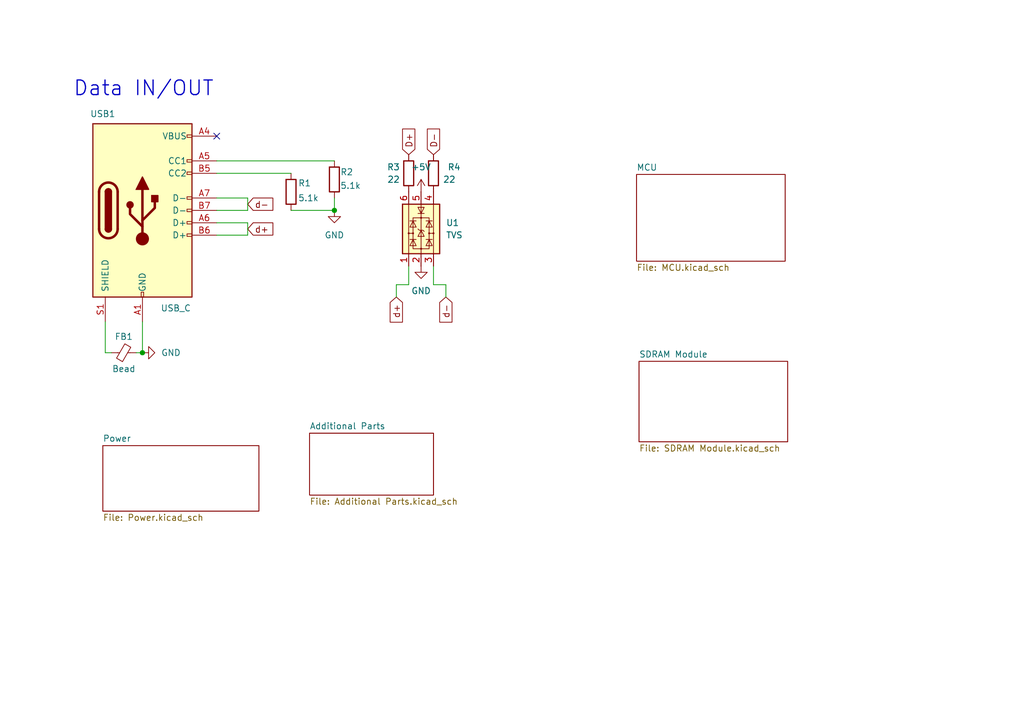
<source format=kicad_sch>
(kicad_sch (version 20250114) (generator "eeschema") (generator_version "9.0")
  (paper "A5")
  (title_block (title "RadCheck-SDRAM(CanSat 2025 Competition)-Demo") (date "2024-12-23") (rev "2.0") (company "Robotics"))
  (lib_symbols
    (symbol "Connector:USB_C_Receptacle_USB2.0_14P" (pin_names (offset 1.016))
      (property "Reference" "J" (at 0 22.225 0))
      (property "Value" "USB_C_Receptacle_USB2.0_14P" (at 0 19.685 0))
      (symbol "USB_C_Receptacle_USB2.0_14P_0_0"
        (rectangle (start -0.254 -17.78) (end 0.254 -16.764))
        (rectangle (start 10.16 15.494) (end 9.144 14.986))
        (rectangle (start 10.16 10.414) (end 9.144 9.906))
        (rectangle (start 10.16 7.874) (end 9.144 7.366))
        (rectangle (start 10.16 2.794) (end 9.144 2.286))
        (rectangle (start 10.16 0.254) (end 9.144 -0.254))
        (rectangle (start 10.16 -2.286) (end 9.144 -2.794))
        (rectangle (start 10.16 -4.826) (end 9.144 -5.334))
      )
      (symbol "USB_C_Receptacle_USB2.0_14P_0_1"
        (rectangle (start -10.16 17.78) (end 10.16 -17.78) (stroke (width 0.254)) (fill (type background)))
        (polyline (pts (xy -8.89 -3.81) (xy -8.89 3.81)) (stroke (width 0.508)))
        (rectangle (start -7.62 -3.81) (end -6.35 3.81) (stroke (width 0.254)) (fill (type outline)))
        (arc (start -7.62 3.81) (mid -6.985 4.4423) (end -6.35 3.81) (stroke (width 0.254)))
        (arc (start -7.62 3.81) (mid -6.985 4.4423) (end -6.35 3.81) (stroke (width 0.254)) (fill (type outline)))
        (arc (start -8.89 3.81) (mid -6.985 5.7067) (end -5.08 3.81) (stroke (width 0.508)))
        (arc (start -5.08 -3.81) (mid -6.985 -5.7067) (end -8.89 -3.81) (stroke (width 0.508)))
        (arc (start -6.35 -3.81) (mid -6.985 -4.4423) (end -7.62 -3.81) (stroke (width 0.254)))
        (arc (start -6.35 -3.81) (mid -6.985 -4.4423) (end -7.62 -3.81) (stroke (width 0.254)) (fill (type outline)))
        (polyline (pts (xy -5.08 3.81) (xy -5.08 -3.81)) (stroke (width 0.508)))
        (circle (center -2.54 1.143) (radius 0.635) (stroke (width 0.254)) (fill (type outline)))
        (polyline (pts (xy -1.27 4.318) (xy 0 6.858) (xy 1.27 4.318) (xy -1.27 4.318)) (stroke (width 0.254)) (fill (type outline)))
        (polyline (pts (xy 0 -2.032) (xy 2.54 0.508) (xy 2.54 1.778)) (stroke (width 0.508)))
        (polyline (pts (xy 0 -3.302) (xy -2.54 -0.762) (xy -2.54 0.508)) (stroke (width 0.508)))
        (polyline (pts (xy 0 -5.842) (xy 0 4.318)) (stroke (width 0.508)))
        (circle (center 0 -5.842) (radius 1.27) (fill (type outline)))
        (rectangle (start 1.905 1.778) (end 3.175 3.048) (stroke (width 0.254)) (fill (type outline)))
      )
      (symbol "USB_C_Receptacle_USB2.0_14P_1_1"
        (pin passive line (at -7.62 -22.86 90) (length 5.08) (name "SHIELD") (number "S1"))
        (pin passive line (at 0 -22.86 90) (length 5.08) (name "GND") (number "A1"))
        (pin passive line (at 0 -22.86 90) (length 5.08) (hide yes) (name "GND") (number "A12"))
        (pin passive line (at 0 -22.86 90) (length 5.08) (hide yes) (name "GND") (number "B1"))
        (pin passive line (at 0 -22.86 90) (length 5.08) (hide yes) (name "GND") (number "B12"))
        (pin passive line (at 15.24 15.24 180) (length 5.08) (name "VBUS") (number "A4"))
        (pin passive line (at 15.24 15.24 180) (length 5.08) (hide yes) (name "VBUS") (number "A9"))
        (pin passive line (at 15.24 15.24 180) (length 5.08) (hide yes) (name "VBUS") (number "B4"))
        (pin passive line (at 15.24 15.24 180) (length 5.08) (hide yes) (name "VBUS") (number "B9"))
        (pin bidirectional line (at 15.24 10.16 180) (length 5.08) (name "CC1") (number "A5"))
        (pin bidirectional line (at 15.24 7.62 180) (length 5.08) (name "CC2") (number "B5"))
        (pin bidirectional line (at 15.24 2.54 180) (length 5.08) (name "D-") (number "A7"))
        (pin bidirectional line (at 15.24 0 180) (length 5.08) (name "D-") (number "B7"))
        (pin bidirectional line (at 15.24 -2.54 180) (length 5.08) (name "D+") (number "A6"))
        (pin bidirectional line (at 15.24 -5.08 180) (length 5.08) (name "D+") (number "B6"))
      )
    )
    (symbol "Device:FerriteBead_Small" (pin_numbers (hide yes)) (pin_names (offset 0))
      (property "Reference" "FB" (at 1.905 1.27 0))
      (property "Value" "FerriteBead_Small" (at 1.905 -1.27 0))
      (symbol "FerriteBead_Small_0_1"
        (polyline (pts (xy -1.8288 0.2794) (xy -1.1176 1.4986) (xy 1.8288 -0.2032) (xy 1.1176 -1.4224) (xy -1.8288 0.2794)))
        (polyline (pts (xy 0 0.889) (xy 0 1.2954)))
        (polyline (pts (xy 0 -1.27) (xy 0 -0.7874)))
      )
      (symbol "FerriteBead_Small_1_1"
        (pin passive line (at 0 2.54 270) (length 1.27) (name "~") (number "1"))
        (pin passive line (at 0 -2.54 90) (length 1.27) (name "~") (number "2"))
      )
    )
    (symbol "Device:R" (pin_numbers (hide yes)) (pin_names (offset 0))
      (property "Reference" "R" (at 2.032 0 90))
      (property "Value" "R" (at 0 0 90))
      (symbol "R_0_1"
        (rectangle (start -1.016 -2.54) (end 1.016 2.54) (stroke (width 0.254)))
      )
      (symbol "R_1_1"
        (pin passive line (at 0 3.81 270) (length 1.27) (name "~") (number "1"))
        (pin passive line (at 0 -3.81 90) (length 1.27) (name "~") (number "2"))
      )
    )
    (symbol "Power_Protection:WE-TVS-82400102"
      (property "Reference" "U" (at 0 7.62 0))
      (property "Value" "WE-TVS-82400102" (at 0 5.08 0))
      (symbol "WE-TVS-82400102_0_1"
        (polyline (pts (xy -5.08 2.54) (xy 5.08 2.54)))
        (polyline (pts (xy -5.08 -2.54) (xy 5.08 -2.54)))
        (rectangle (start -4.064 1.651) (end 2.286 -1.651))
        (circle (center -4.064 0) (radius 0.127))
        (polyline (pts (xy -4.064 0) (xy -5.08 0)))
        (polyline (pts (xy -4.064 0) (xy 2.286 0)) (fill (type outline)))
        (polyline (pts (xy -3.429 1.016) (xy -3.429 2.286) (xy -2.159 1.651) (xy -3.429 1.016)))
        (polyline (pts (xy -3.429 -1.016) (xy -3.429 -2.286) (xy -2.159 -1.651) (xy -3.429 -1.016)))
        (polyline (pts (xy -2.159 2.286) (xy -2.159 1.016)))
        (polyline (pts (xy -2.159 -1.016) (xy -2.159 -2.286)))
        (circle (center -0.889 2.54) (radius 0.127))
        (circle (center -0.889 1.651) (radius 0.127))
        (polyline (pts (xy -0.889 1.651) (xy -0.889 2.54)))
        (circle (center -0.889 -1.651) (radius 0.127))
        (polyline (pts (xy -0.889 -1.651) (xy -0.889 -2.413)))
        (circle (center -0.889 -2.54) (radius 0.127))
        (polyline (pts (xy -0.508 -0.635) (xy -0.508 -0.635)))
        (polyline (pts (xy 0 0.635) (xy -0.254 0.381) (xy -0.254 -0.381) (xy -0.508 -0.635)))
        (polyline (pts (xy 0.381 1.016) (xy 0.381 2.286) (xy 1.651 1.651) (xy 0.381 1.016)))
        (polyline (pts (xy 0.381 -1.016) (xy 0.381 -2.286) (xy 1.651 -1.651) (xy 0.381 -1.016)))
        (polyline (pts (xy 1.651 2.286) (xy 1.651 1.016)))
        (polyline (pts (xy 1.651 -1.016) (xy 1.651 -2.286)))
        (polyline (pts (xy 2.286 0) (xy 5.08 0)))
        (circle (center 2.286 0) (radius 0.127))
      )
      (symbol "WE-TVS-82400102_1_1"
        (rectangle (start -5.08 3.81) (end 5.08 -3.81) (stroke (width 0.254)) (fill (type background)))
        (polyline (pts (xy -1.524 0.635) (xy -1.524 -0.635) (xy -0.254 0) (xy -1.524 0.635)))
        (polyline (pts (xy 3.175 0.635) (xy 3.175 -0.635)))
        (polyline (pts (xy 4.445 0.635) (xy 4.445 -0.635) (xy 3.175 0) (xy 4.445 0.635)))
        (pin passive line (at -7.62 2.54 0) (length 2.54) (name "~") (number "1"))
        (pin passive line (at -7.62 0 0) (length 2.54) (name "~") (number "2"))
        (pin passive line (at -7.62 -2.54 0) (length 2.54) (name "~") (number "3"))
        (pin passive line (at 7.62 2.54 180) (length 2.54) (name "~") (number "6"))
        (pin passive line (at 7.62 0 180) (length 2.54) (name "~") (number "5"))
        (pin passive line (at 7.62 -2.54 180) (length 2.54) (name "~") (number "4"))
      )
    )
    (symbol "power:+5V" (power) (pin_numbers (hide yes)) (pin_names (offset 0) (hide yes))
      (property "Value" "+5V" (at 0 3.556 0))
      (symbol "+5V_0_1"
        (polyline (pts (xy -0.762 1.27) (xy 0 2.54)))
        (polyline (pts (xy 0 2.54) (xy 0.762 1.27)))
        (polyline (pts (xy 0 0) (xy 0 2.54)))
      )
      (symbol "+5V_1_1"
        (pin power_in line (at 0 0 90) (length 0) (name "~") (number "1"))
      )
    )
    (symbol "power:GND" (power) (pin_numbers (hide yes)) (pin_names (offset 0) (hide yes))
      (property "Value" "GND" (at 0 -3.81 0))
      (symbol "GND_0_1"
        (polyline (pts (xy 0 0) (xy 0 -1.27) (xy 1.27 -1.27) (xy 0 -2.54) (xy -1.27 -1.27) (xy 0 -1.27)))
      )
      (symbol "GND_1_1"
        (pin power_in line (at 0 0 270) (length 0) (name "~") (number "1"))
      )
    )
  )
  (text "Data IN/OUT" (at 29.464 18.288 0) (effects (font (size 3 3) (thickness 0.254) (bold yes))))
  (junction (at 68.58 43.18))
  (junction (at 29.21 72.39))
  (no_connect (at 44.45 27.94))
  (wire (pts (xy 50.8 45.72) (xy 50.8 48.26)))
  (wire (pts (xy 21.59 66.04) (xy 21.59 72.39)))
  (wire (pts (xy 83.82 54.61) (xy 83.82 58.42)))
  (wire (pts (xy 50.8 43.18) (xy 44.45 43.18)))
  (wire (pts (xy 88.9 58.42) (xy 91.44 58.42)))
  (wire (pts (xy 91.44 58.42) (xy 91.44 60.96)))
  (wire (pts (xy 21.59 72.39) (xy 22.86 72.39)))
  (wire (pts (xy 81.28 58.42) (xy 81.28 60.96)))
  (wire (pts (xy 68.58 33.02) (xy 44.45 33.02)))
  (wire (pts (xy 50.8 40.64) (xy 50.8 43.18)))
  (wire (pts (xy 44.45 48.26) (xy 50.8 48.26)))
  (wire (pts (xy 44.45 45.72) (xy 50.8 45.72)))
  (wire (pts (xy 29.21 66.04) (xy 29.21 72.39)))
  (wire (pts (xy 44.45 40.64) (xy 50.8 40.64)))
  (wire (pts (xy 83.82 58.42) (xy 81.28 58.42)))
  (wire (pts (xy 68.58 43.18) (xy 68.58 40.64)))
  (wire (pts (xy 59.69 43.18) (xy 68.58 43.18)))
  (wire (pts (xy 59.69 35.56) (xy 44.45 35.56)))
  (wire (pts (xy 88.9 54.61) (xy 88.9 58.42)))
  (wire (pts (xy 29.21 72.39) (xy 27.94 72.39)))
  (global_label "D-" (shape input) (at 88.9 31.75 90) (property "Intersheetrefs" "${INTERSHEET_REFS}" (effects (hide yes))))
  (global_label "d+" (shape input) (at 50.8 46.99 0) (effects (font (thickness 0.1588))) (property "Intersheetrefs" "${INTERSHEET_REFS}" (effects (hide yes))))
  (global_label "d-" (shape input) (at 91.44 60.96 270) (property "Intersheetrefs" "${INTERSHEET_REFS}" (effects (hide yes))))
  (global_label "d-" (shape input) (at 50.8 41.91 0) (effects (font (thickness 0.1588))) (property "Intersheetrefs" "${INTERSHEET_REFS}" (effects (hide yes))))
  (global_label "d+" (shape input) (at 81.28 60.96 270) (property "Intersheetrefs" "${INTERSHEET_REFS}" (effects (hide yes))))
  (global_label "D+" (shape input) (at 83.82 31.75 90) (property "Intersheetrefs" "${INTERSHEET_REFS}" (effects (hide yes))))
  (symbol (lib_id "Power_Protection:WE-TVS-82400102") (at 86.36 46.99 90) (unit 1)
    (property "Reference" "U1" (at 91.44 45.72 90) (effects (justify right)))
    (property "Value" "TVS" (at 91.44 48.26 90) (effects (justify right)))
    (property "Footprint" "Package_TO_SOT_SMD:SOT-23-6" (effects (hide yes)))
    (property "Datasheet" "https://www.we-online.com/components/products/datasheet/82400102.pdf" (effects (hide yes)))
  )
  (symbol (lib_id "Device:R") (at 83.82 35.56 180) (unit 1)
    (property "Reference" "R3" (at 82.042 34.29 0) (effects (justify left)))
    (property "Value" "22" (at 82.042 36.83 0) (effects (justify left)))
    (property "Footprint" "Resistor_SMD:R_0805_2012Metric" (effects (hide yes)))
  )
  (symbol (lib_id "Device:R") (at 68.58 36.83 0) (unit 1)
    (property "Reference" "R2" (at 71.12 35.306 0))
    (property "Value" "5.1k" (at 71.882 38.1 0))
    (property "Footprint" "Resistor_SMD:R_0805_2012Metric" (effects (hide yes)))
    (property "Description" "Resistor" (effects (hide yes)))
  )
  (symbol (lib_id "Device:R") (at 59.69 39.37 0) (unit 1)
    (property "Reference" "R1" (at 62.484 37.592 0))
    (property "Value" "5.1k" (at 63.246 40.64 0))
    (property "Footprint" "Resistor_SMD:R_0805_2012Metric" (effects (hide yes)))
    (property "Description" "Resistor" (effects (hide yes)))
  )
  (symbol (lib_id "power:GND") (at 68.58 43.18 0) (unit 1)
    (property "Reference" "#PWR02" (effects (hide yes)))
    (property "Value" "GND" (at 68.58 48.26 0))
    (property "Description" "Power symbol creates a global label with name \"GND\" , ground" (effects (hide yes)))
  )
  (symbol (lib_id "power:GND") (at 86.36 54.61 0) (unit 1)
    (property "Reference" "#PWR04" (effects (hide yes)))
    (property "Value" "GND" (at 86.36 59.69 0))
  )
  (symbol (lib_id "power:GND") (at 29.21 72.39 90) (unit 1)
    (property "Reference" "#PWR01" (effects (hide yes)))
    (property "Value" "GND" (at 33.02 72.3899 90) (effects (justify right)))
    (property "Description" "Power symbol creates a global label with name \"GND\" , ground" (effects (hide yes)))
  )
  (symbol (lib_id "Device:R") (at 88.9 35.56 180) (unit 1)
    (property "Reference" "R4" (at 94.488 34.29 0) (effects (justify left)))
    (property "Value" "22" (at 93.472 36.83 0) (effects (justify left)))
    (property "Footprint" "Resistor_SMD:R_0805_2012Metric" (effects (hide yes)))
  )
  (symbol (lib_id "Device:FerriteBead_Small") (at 25.4 72.39 90) (unit 1)
    (property "Reference" "FB1" (at 25.4 69.088 90))
    (property "Value" "Bead" (at 25.4 75.692 90))
    (property "Footprint" "Inductor_SMD:L_0805_2012Metric" (effects (hide yes)))
    (property "Description" "Ferrite bead, small symbol" (effects (hide yes)))
  )
  (symbol (lib_id "power:+5V") (at 86.36 39.37 0) (unit 1)
    (property "Reference" "#PWR03" (effects (hide yes)))
    (property "Value" "+5V" (at 86.36 34.29 0))
    (property "Description" "Power symbol creates a global label with name \"+5V\"" (effects (hide yes)))
  )
  (symbol (lib_id "Connector:USB_C_Receptacle_USB2.0_14P") (at 29.21 43.18 0) (unit 1)
    (property "Reference" "USB1" (at 21.082 23.368 0))
    (property "Value" "USB_C" (at 36.068 63.246 0))
    (property "Footprint" "Connector_USB:USB_C_Receptacle_HRO_TYPE-C-31-M-12" (effects (hide yes)))
    (property "Datasheet" "https://www.usb.org/sites/default/files/documents/usb_type-c.zip" (effects (hide yes)))
    (property "Description" "USB 2.0-only 14P Type-C Receptacle connector" (effects (hide yes)))
  )
  (sheet (at 21.082 91.44) (size 32.004 13.462) (stroke (width 0.1524))
    (property "Sheetname" "Power" (at 21.082 90.7284 0) (effects (justify left bottom)))
    (property "Sheetfile" "Power.kicad_sch" (at 21.082 105.4866 0) (effects (justify left top)))
  )
  (sheet (at 131.064 74.168) (size 30.48 16.51) (stroke (width 0.1524))
    (property "Sheetname" "SDRAM Module" (at 131.064 73.4564 0) (effects (justify left bottom)))
    (property "Sheetfile" "SDRAM Module.kicad_sch" (at 131.064 91.2626 0) (effects (justify left top)))
  )
  (sheet (at 130.556 35.814) (size 30.48 17.78) (stroke (width 0.1524))
    (property "Sheetname" "MCU" (at 130.556 35.1024 0) (effects (justify left bottom)))
    (property "Sheetfile" "MCU.kicad_sch" (at 130.556 54.1786 0) (effects (justify left top)))
  )
  (sheet (at 63.5 88.9) (size 25.4 12.7) (stroke (width 0.1524))
    (property "Sheetname" "Additional Parts" (at 63.5 88.1884 0) (effects (justify left bottom)))
    (property "Sheetfile" "Additional Parts.kicad_sch" (at 63.5 102.1846 0) (effects (justify left top)))
  )
)
</source>
